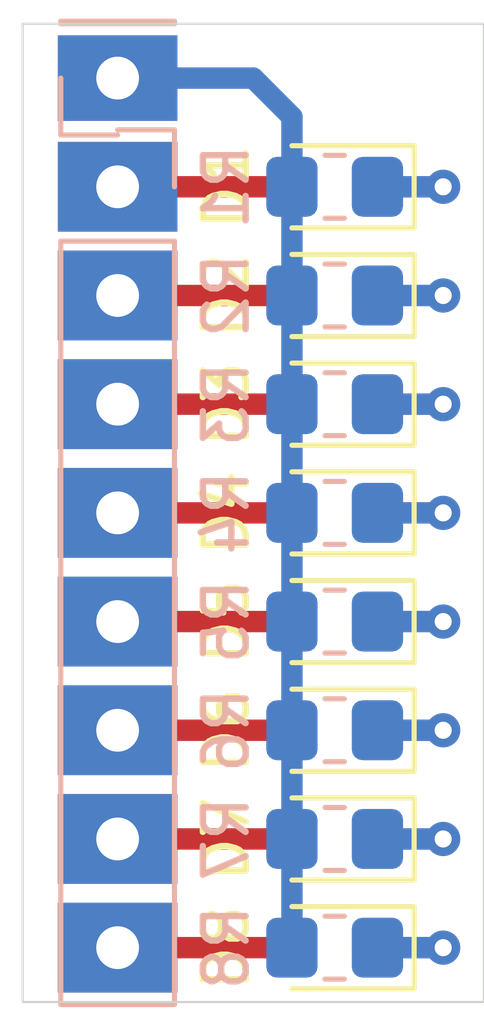
<source format=kicad_pcb>
(kicad_pcb (version 20171130) (host pcbnew "(5.1.8)-1")

  (general
    (thickness 1.6)
    (drawings 4)
    (tracks 44)
    (zones 0)
    (modules 18)
    (nets 18)
  )

  (page A4 portrait)
  (layers
    (0 F.Cu signal)
    (31 B.Cu signal)
    (32 B.Adhes user)
    (33 F.Adhes user)
    (34 B.Paste user)
    (35 F.Paste user)
    (36 B.SilkS user)
    (37 F.SilkS user)
    (38 B.Mask user)
    (39 F.Mask user)
    (40 Dwgs.User user)
    (41 Cmts.User user)
    (42 Eco1.User user)
    (43 Eco2.User user)
    (44 Edge.Cuts user)
    (45 Margin user)
    (46 B.CrtYd user)
    (47 F.CrtYd user)
    (48 B.Fab user)
    (49 F.Fab user)
  )

  (setup
    (last_trace_width 0.5)
    (user_trace_width 0.5)
    (user_trace_width 0.6)
    (trace_clearance 0.2)
    (zone_clearance 0.508)
    (zone_45_only no)
    (trace_min 0.2)
    (via_size 0.8)
    (via_drill 0.4)
    (via_min_size 0.4)
    (via_min_drill 0.3)
    (uvia_size 0.3)
    (uvia_drill 0.1)
    (uvias_allowed no)
    (uvia_min_size 0.2)
    (uvia_min_drill 0.1)
    (edge_width 0.05)
    (segment_width 0.2)
    (pcb_text_width 0.3)
    (pcb_text_size 1.5 1.5)
    (mod_edge_width 0.12)
    (mod_text_size 1 1)
    (mod_text_width 0.15)
    (pad_size 2.8 2)
    (pad_drill 1)
    (pad_to_mask_clearance 0)
    (aux_axis_origin 0 0)
    (visible_elements 7FFFFFFF)
    (pcbplotparams
      (layerselection 0x010fc_ffffffff)
      (usegerberextensions false)
      (usegerberattributes true)
      (usegerberadvancedattributes true)
      (creategerberjobfile false)
      (excludeedgelayer true)
      (linewidth 0.100000)
      (plotframeref false)
      (viasonmask false)
      (mode 1)
      (useauxorigin false)
      (hpglpennumber 1)
      (hpglpenspeed 20)
      (hpglpendiameter 15.000000)
      (psnegative false)
      (psa4output false)
      (plotreference true)
      (plotvalue true)
      (plotinvisibletext false)
      (padsonsilk false)
      (subtractmaskfromsilk false)
      (outputformat 1)
      (mirror false)
      (drillshape 0)
      (scaleselection 1)
      (outputdirectory "gerber/"))
  )

  (net 0 "")
  (net 1 "Net-(D1-Pad2)")
  (net 2 "Net-(D1-Pad1)")
  (net 3 "Net-(D2-Pad2)")
  (net 4 "Net-(D3-Pad2)")
  (net 5 "Net-(D4-Pad2)")
  (net 6 "Net-(D5-Pad2)")
  (net 7 "Net-(D6-Pad2)")
  (net 8 "Net-(D7-Pad2)")
  (net 9 "Net-(D8-Pad2)")
  (net 10 "Net-(D2-Pad1)")
  (net 11 "Net-(D3-Pad1)")
  (net 12 "Net-(D4-Pad1)")
  (net 13 "Net-(D5-Pad1)")
  (net 14 "Net-(D6-Pad1)")
  (net 15 "Net-(D7-Pad1)")
  (net 16 "Net-(D8-Pad1)")
  (net 17 "Net-(J2-Pad1)")

  (net_class Default "This is the default net class."
    (clearance 0.2)
    (trace_width 0.25)
    (via_dia 0.8)
    (via_drill 0.4)
    (uvia_dia 0.3)
    (uvia_drill 0.1)
    (add_net "Net-(D1-Pad1)")
    (add_net "Net-(D1-Pad2)")
    (add_net "Net-(D2-Pad1)")
    (add_net "Net-(D2-Pad2)")
    (add_net "Net-(D3-Pad1)")
    (add_net "Net-(D3-Pad2)")
    (add_net "Net-(D4-Pad1)")
    (add_net "Net-(D4-Pad2)")
    (add_net "Net-(D5-Pad1)")
    (add_net "Net-(D5-Pad2)")
    (add_net "Net-(D6-Pad1)")
    (add_net "Net-(D6-Pad2)")
    (add_net "Net-(D7-Pad1)")
    (add_net "Net-(D7-Pad2)")
    (add_net "Net-(D8-Pad1)")
    (add_net "Net-(D8-Pad2)")
    (add_net "Net-(J2-Pad1)")
  )

  (module LED_SMD:LED_0805_2012Metric_Pad1.15x1.40mm_HandSolder (layer F.Cu) (tedit 5F68FEF1) (tstamp 635217E0)
    (at 71.12 25.4 180)
    (descr "LED SMD 0805 (2012 Metric), square (rectangular) end terminal, IPC_7351 nominal, (Body size source: https://docs.google.com/spreadsheets/d/1BsfQQcO9C6DZCsRaXUlFlo91Tg2WpOkGARC1WS5S8t0/edit?usp=sharing), generated with kicad-footprint-generator")
    (tags "LED handsolder")
    (path /6351B56E)
    (attr smd)
    (fp_text reference D1 (at 2.54 0 90) (layer F.SilkS)
      (effects (font (size 1 1) (thickness 0.15)))
    )
    (fp_text value LED (at 0 1.65) (layer F.Fab)
      (effects (font (size 1 1) (thickness 0.15)))
    )
    (fp_line (start 1 -0.6) (end -0.7 -0.6) (layer F.Fab) (width 0.1))
    (fp_line (start -0.7 -0.6) (end -1 -0.3) (layer F.Fab) (width 0.1))
    (fp_line (start -1 -0.3) (end -1 0.6) (layer F.Fab) (width 0.1))
    (fp_line (start -1 0.6) (end 1 0.6) (layer F.Fab) (width 0.1))
    (fp_line (start 1 0.6) (end 1 -0.6) (layer F.Fab) (width 0.1))
    (fp_line (start 1 -0.96) (end -1.86 -0.96) (layer F.SilkS) (width 0.12))
    (fp_line (start -1.86 -0.96) (end -1.86 0.96) (layer F.SilkS) (width 0.12))
    (fp_line (start -1.86 0.96) (end 1 0.96) (layer F.SilkS) (width 0.12))
    (fp_line (start -1.85 0.95) (end -1.85 -0.95) (layer F.CrtYd) (width 0.05))
    (fp_line (start -1.85 -0.95) (end 1.85 -0.95) (layer F.CrtYd) (width 0.05))
    (fp_line (start 1.85 -0.95) (end 1.85 0.95) (layer F.CrtYd) (width 0.05))
    (fp_line (start 1.85 0.95) (end -1.85 0.95) (layer F.CrtYd) (width 0.05))
    (fp_text user %R (at 0 0) (layer F.Fab)
      (effects (font (size 0.5 0.5) (thickness 0.08)))
    )
    (pad 2 smd roundrect (at 1.025 0 180) (size 1.15 1.4) (layers F.Cu F.Paste F.Mask) (roundrect_rratio 0.2173904347826087)
      (net 1 "Net-(D1-Pad2)"))
    (pad 1 smd roundrect (at -1.025 0 180) (size 1.15 1.4) (layers F.Cu F.Paste F.Mask) (roundrect_rratio 0.2173904347826087)
      (net 2 "Net-(D1-Pad1)"))
    (model ${KISYS3DMOD}/LED_SMD.3dshapes/LED_0805_2012Metric.wrl
      (at (xyz 0 0 0))
      (scale (xyz 1 1 1))
      (rotate (xyz 0 0 0))
    )
  )

  (module LED_SMD:LED_0805_2012Metric_Pad1.15x1.40mm_HandSolder (layer F.Cu) (tedit 5F68FEF1) (tstamp 635217F3)
    (at 71.12 27.94 180)
    (descr "LED SMD 0805 (2012 Metric), square (rectangular) end terminal, IPC_7351 nominal, (Body size source: https://docs.google.com/spreadsheets/d/1BsfQQcO9C6DZCsRaXUlFlo91Tg2WpOkGARC1WS5S8t0/edit?usp=sharing), generated with kicad-footprint-generator")
    (tags "LED handsolder")
    (path /6351EA4D)
    (attr smd)
    (fp_text reference D2 (at 2.54 0 90) (layer F.SilkS)
      (effects (font (size 1 1) (thickness 0.15)))
    )
    (fp_text value LED (at 0 1.65) (layer F.Fab)
      (effects (font (size 1 1) (thickness 0.15)))
    )
    (fp_line (start 1.85 0.95) (end -1.85 0.95) (layer F.CrtYd) (width 0.05))
    (fp_line (start 1.85 -0.95) (end 1.85 0.95) (layer F.CrtYd) (width 0.05))
    (fp_line (start -1.85 -0.95) (end 1.85 -0.95) (layer F.CrtYd) (width 0.05))
    (fp_line (start -1.85 0.95) (end -1.85 -0.95) (layer F.CrtYd) (width 0.05))
    (fp_line (start -1.86 0.96) (end 1 0.96) (layer F.SilkS) (width 0.12))
    (fp_line (start -1.86 -0.96) (end -1.86 0.96) (layer F.SilkS) (width 0.12))
    (fp_line (start 1 -0.96) (end -1.86 -0.96) (layer F.SilkS) (width 0.12))
    (fp_line (start 1 0.6) (end 1 -0.6) (layer F.Fab) (width 0.1))
    (fp_line (start -1 0.6) (end 1 0.6) (layer F.Fab) (width 0.1))
    (fp_line (start -1 -0.3) (end -1 0.6) (layer F.Fab) (width 0.1))
    (fp_line (start -0.7 -0.6) (end -1 -0.3) (layer F.Fab) (width 0.1))
    (fp_line (start 1 -0.6) (end -0.7 -0.6) (layer F.Fab) (width 0.1))
    (fp_text user %R (at 0 0) (layer F.Fab)
      (effects (font (size 0.5 0.5) (thickness 0.08)))
    )
    (pad 1 smd roundrect (at -1.025 0 180) (size 1.15 1.4) (layers F.Cu F.Paste F.Mask) (roundrect_rratio 0.2173904347826087)
      (net 10 "Net-(D2-Pad1)"))
    (pad 2 smd roundrect (at 1.025 0 180) (size 1.15 1.4) (layers F.Cu F.Paste F.Mask) (roundrect_rratio 0.2173904347826087)
      (net 3 "Net-(D2-Pad2)"))
    (model ${KISYS3DMOD}/LED_SMD.3dshapes/LED_0805_2012Metric.wrl
      (at (xyz 0 0 0))
      (scale (xyz 1 1 1))
      (rotate (xyz 0 0 0))
    )
  )

  (module LED_SMD:LED_0805_2012Metric_Pad1.15x1.40mm_HandSolder (layer F.Cu) (tedit 5F68FEF1) (tstamp 63521806)
    (at 71.12 30.48 180)
    (descr "LED SMD 0805 (2012 Metric), square (rectangular) end terminal, IPC_7351 nominal, (Body size source: https://docs.google.com/spreadsheets/d/1BsfQQcO9C6DZCsRaXUlFlo91Tg2WpOkGARC1WS5S8t0/edit?usp=sharing), generated with kicad-footprint-generator")
    (tags "LED handsolder")
    (path /6351F125)
    (attr smd)
    (fp_text reference D3 (at 2.54 0 90) (layer F.SilkS)
      (effects (font (size 1 1) (thickness 0.15)))
    )
    (fp_text value LED (at 0 1.65) (layer F.Fab)
      (effects (font (size 1 1) (thickness 0.15)))
    )
    (fp_line (start 1 -0.6) (end -0.7 -0.6) (layer F.Fab) (width 0.1))
    (fp_line (start -0.7 -0.6) (end -1 -0.3) (layer F.Fab) (width 0.1))
    (fp_line (start -1 -0.3) (end -1 0.6) (layer F.Fab) (width 0.1))
    (fp_line (start -1 0.6) (end 1 0.6) (layer F.Fab) (width 0.1))
    (fp_line (start 1 0.6) (end 1 -0.6) (layer F.Fab) (width 0.1))
    (fp_line (start 1 -0.96) (end -1.86 -0.96) (layer F.SilkS) (width 0.12))
    (fp_line (start -1.86 -0.96) (end -1.86 0.96) (layer F.SilkS) (width 0.12))
    (fp_line (start -1.86 0.96) (end 1 0.96) (layer F.SilkS) (width 0.12))
    (fp_line (start -1.85 0.95) (end -1.85 -0.95) (layer F.CrtYd) (width 0.05))
    (fp_line (start -1.85 -0.95) (end 1.85 -0.95) (layer F.CrtYd) (width 0.05))
    (fp_line (start 1.85 -0.95) (end 1.85 0.95) (layer F.CrtYd) (width 0.05))
    (fp_line (start 1.85 0.95) (end -1.85 0.95) (layer F.CrtYd) (width 0.05))
    (fp_text user %R (at 0 0) (layer F.Fab)
      (effects (font (size 0.5 0.5) (thickness 0.08)))
    )
    (pad 2 smd roundrect (at 1.025 0 180) (size 1.15 1.4) (layers F.Cu F.Paste F.Mask) (roundrect_rratio 0.2173904347826087)
      (net 4 "Net-(D3-Pad2)"))
    (pad 1 smd roundrect (at -1.025 0 180) (size 1.15 1.4) (layers F.Cu F.Paste F.Mask) (roundrect_rratio 0.2173904347826087)
      (net 11 "Net-(D3-Pad1)"))
    (model ${KISYS3DMOD}/LED_SMD.3dshapes/LED_0805_2012Metric.wrl
      (at (xyz 0 0 0))
      (scale (xyz 1 1 1))
      (rotate (xyz 0 0 0))
    )
  )

  (module LED_SMD:LED_0805_2012Metric_Pad1.15x1.40mm_HandSolder (layer F.Cu) (tedit 5F68FEF1) (tstamp 63521819)
    (at 71.12 33.02 180)
    (descr "LED SMD 0805 (2012 Metric), square (rectangular) end terminal, IPC_7351 nominal, (Body size source: https://docs.google.com/spreadsheets/d/1BsfQQcO9C6DZCsRaXUlFlo91Tg2WpOkGARC1WS5S8t0/edit?usp=sharing), generated with kicad-footprint-generator")
    (tags "LED handsolder")
    (path /6351F75D)
    (attr smd)
    (fp_text reference D4 (at 2.54 0 90) (layer F.SilkS)
      (effects (font (size 1 1) (thickness 0.15)))
    )
    (fp_text value LED (at 0 1.65) (layer F.Fab)
      (effects (font (size 1 1) (thickness 0.15)))
    )
    (fp_line (start 1.85 0.95) (end -1.85 0.95) (layer F.CrtYd) (width 0.05))
    (fp_line (start 1.85 -0.95) (end 1.85 0.95) (layer F.CrtYd) (width 0.05))
    (fp_line (start -1.85 -0.95) (end 1.85 -0.95) (layer F.CrtYd) (width 0.05))
    (fp_line (start -1.85 0.95) (end -1.85 -0.95) (layer F.CrtYd) (width 0.05))
    (fp_line (start -1.86 0.96) (end 1 0.96) (layer F.SilkS) (width 0.12))
    (fp_line (start -1.86 -0.96) (end -1.86 0.96) (layer F.SilkS) (width 0.12))
    (fp_line (start 1 -0.96) (end -1.86 -0.96) (layer F.SilkS) (width 0.12))
    (fp_line (start 1 0.6) (end 1 -0.6) (layer F.Fab) (width 0.1))
    (fp_line (start -1 0.6) (end 1 0.6) (layer F.Fab) (width 0.1))
    (fp_line (start -1 -0.3) (end -1 0.6) (layer F.Fab) (width 0.1))
    (fp_line (start -0.7 -0.6) (end -1 -0.3) (layer F.Fab) (width 0.1))
    (fp_line (start 1 -0.6) (end -0.7 -0.6) (layer F.Fab) (width 0.1))
    (fp_text user %R (at 0 0) (layer F.Fab)
      (effects (font (size 0.5 0.5) (thickness 0.08)))
    )
    (pad 1 smd roundrect (at -1.025 0 180) (size 1.15 1.4) (layers F.Cu F.Paste F.Mask) (roundrect_rratio 0.2173904347826087)
      (net 12 "Net-(D4-Pad1)"))
    (pad 2 smd roundrect (at 1.025 0 180) (size 1.15 1.4) (layers F.Cu F.Paste F.Mask) (roundrect_rratio 0.2173904347826087)
      (net 5 "Net-(D4-Pad2)"))
    (model ${KISYS3DMOD}/LED_SMD.3dshapes/LED_0805_2012Metric.wrl
      (at (xyz 0 0 0))
      (scale (xyz 1 1 1))
      (rotate (xyz 0 0 0))
    )
  )

  (module LED_SMD:LED_0805_2012Metric_Pad1.15x1.40mm_HandSolder (layer F.Cu) (tedit 5F68FEF1) (tstamp 6352182C)
    (at 71.12 35.56 180)
    (descr "LED SMD 0805 (2012 Metric), square (rectangular) end terminal, IPC_7351 nominal, (Body size source: https://docs.google.com/spreadsheets/d/1BsfQQcO9C6DZCsRaXUlFlo91Tg2WpOkGARC1WS5S8t0/edit?usp=sharing), generated with kicad-footprint-generator")
    (tags "LED handsolder")
    (path /6351FD61)
    (attr smd)
    (fp_text reference D5 (at 2.54 0 90) (layer F.SilkS)
      (effects (font (size 1 1) (thickness 0.15)))
    )
    (fp_text value LED (at 0 1.65) (layer F.Fab)
      (effects (font (size 1 1) (thickness 0.15)))
    )
    (fp_line (start 1.85 0.95) (end -1.85 0.95) (layer F.CrtYd) (width 0.05))
    (fp_line (start 1.85 -0.95) (end 1.85 0.95) (layer F.CrtYd) (width 0.05))
    (fp_line (start -1.85 -0.95) (end 1.85 -0.95) (layer F.CrtYd) (width 0.05))
    (fp_line (start -1.85 0.95) (end -1.85 -0.95) (layer F.CrtYd) (width 0.05))
    (fp_line (start -1.86 0.96) (end 1 0.96) (layer F.SilkS) (width 0.12))
    (fp_line (start -1.86 -0.96) (end -1.86 0.96) (layer F.SilkS) (width 0.12))
    (fp_line (start 1 -0.96) (end -1.86 -0.96) (layer F.SilkS) (width 0.12))
    (fp_line (start 1 0.6) (end 1 -0.6) (layer F.Fab) (width 0.1))
    (fp_line (start -1 0.6) (end 1 0.6) (layer F.Fab) (width 0.1))
    (fp_line (start -1 -0.3) (end -1 0.6) (layer F.Fab) (width 0.1))
    (fp_line (start -0.7 -0.6) (end -1 -0.3) (layer F.Fab) (width 0.1))
    (fp_line (start 1 -0.6) (end -0.7 -0.6) (layer F.Fab) (width 0.1))
    (fp_text user %R (at 0 0) (layer F.Fab)
      (effects (font (size 0.5 0.5) (thickness 0.08)))
    )
    (pad 1 smd roundrect (at -1.025 0 180) (size 1.15 1.4) (layers F.Cu F.Paste F.Mask) (roundrect_rratio 0.2173904347826087)
      (net 13 "Net-(D5-Pad1)"))
    (pad 2 smd roundrect (at 1.025 0 180) (size 1.15 1.4) (layers F.Cu F.Paste F.Mask) (roundrect_rratio 0.2173904347826087)
      (net 6 "Net-(D5-Pad2)"))
    (model ${KISYS3DMOD}/LED_SMD.3dshapes/LED_0805_2012Metric.wrl
      (at (xyz 0 0 0))
      (scale (xyz 1 1 1))
      (rotate (xyz 0 0 0))
    )
  )

  (module LED_SMD:LED_0805_2012Metric_Pad1.15x1.40mm_HandSolder (layer F.Cu) (tedit 5F68FEF1) (tstamp 6352183F)
    (at 71.12 38.1 180)
    (descr "LED SMD 0805 (2012 Metric), square (rectangular) end terminal, IPC_7351 nominal, (Body size source: https://docs.google.com/spreadsheets/d/1BsfQQcO9C6DZCsRaXUlFlo91Tg2WpOkGARC1WS5S8t0/edit?usp=sharing), generated with kicad-footprint-generator")
    (tags "LED handsolder")
    (path /63520381)
    (attr smd)
    (fp_text reference D6 (at 2.54 0 90) (layer F.SilkS)
      (effects (font (size 1 1) (thickness 0.15)))
    )
    (fp_text value LED (at 0 1.65) (layer F.Fab)
      (effects (font (size 1 1) (thickness 0.15)))
    )
    (fp_line (start 1 -0.6) (end -0.7 -0.6) (layer F.Fab) (width 0.1))
    (fp_line (start -0.7 -0.6) (end -1 -0.3) (layer F.Fab) (width 0.1))
    (fp_line (start -1 -0.3) (end -1 0.6) (layer F.Fab) (width 0.1))
    (fp_line (start -1 0.6) (end 1 0.6) (layer F.Fab) (width 0.1))
    (fp_line (start 1 0.6) (end 1 -0.6) (layer F.Fab) (width 0.1))
    (fp_line (start 1 -0.96) (end -1.86 -0.96) (layer F.SilkS) (width 0.12))
    (fp_line (start -1.86 -0.96) (end -1.86 0.96) (layer F.SilkS) (width 0.12))
    (fp_line (start -1.86 0.96) (end 1 0.96) (layer F.SilkS) (width 0.12))
    (fp_line (start -1.85 0.95) (end -1.85 -0.95) (layer F.CrtYd) (width 0.05))
    (fp_line (start -1.85 -0.95) (end 1.85 -0.95) (layer F.CrtYd) (width 0.05))
    (fp_line (start 1.85 -0.95) (end 1.85 0.95) (layer F.CrtYd) (width 0.05))
    (fp_line (start 1.85 0.95) (end -1.85 0.95) (layer F.CrtYd) (width 0.05))
    (fp_text user %R (at 0 0) (layer F.Fab)
      (effects (font (size 0.5 0.5) (thickness 0.08)))
    )
    (pad 2 smd roundrect (at 1.025 0 180) (size 1.15 1.4) (layers F.Cu F.Paste F.Mask) (roundrect_rratio 0.2173904347826087)
      (net 7 "Net-(D6-Pad2)"))
    (pad 1 smd roundrect (at -1.025 0 180) (size 1.15 1.4) (layers F.Cu F.Paste F.Mask) (roundrect_rratio 0.2173904347826087)
      (net 14 "Net-(D6-Pad1)"))
    (model ${KISYS3DMOD}/LED_SMD.3dshapes/LED_0805_2012Metric.wrl
      (at (xyz 0 0 0))
      (scale (xyz 1 1 1))
      (rotate (xyz 0 0 0))
    )
  )

  (module LED_SMD:LED_0805_2012Metric_Pad1.15x1.40mm_HandSolder (layer F.Cu) (tedit 5F68FEF1) (tstamp 63521852)
    (at 71.12 40.64 180)
    (descr "LED SMD 0805 (2012 Metric), square (rectangular) end terminal, IPC_7351 nominal, (Body size source: https://docs.google.com/spreadsheets/d/1BsfQQcO9C6DZCsRaXUlFlo91Tg2WpOkGARC1WS5S8t0/edit?usp=sharing), generated with kicad-footprint-generator")
    (tags "LED handsolder")
    (path /635207FB)
    (attr smd)
    (fp_text reference D7 (at 2.54 0 90) (layer F.SilkS)
      (effects (font (size 1 1) (thickness 0.15)))
    )
    (fp_text value LED (at 0 1.65) (layer F.Fab)
      (effects (font (size 1 1) (thickness 0.15)))
    )
    (fp_line (start 1.85 0.95) (end -1.85 0.95) (layer F.CrtYd) (width 0.05))
    (fp_line (start 1.85 -0.95) (end 1.85 0.95) (layer F.CrtYd) (width 0.05))
    (fp_line (start -1.85 -0.95) (end 1.85 -0.95) (layer F.CrtYd) (width 0.05))
    (fp_line (start -1.85 0.95) (end -1.85 -0.95) (layer F.CrtYd) (width 0.05))
    (fp_line (start -1.86 0.96) (end 1 0.96) (layer F.SilkS) (width 0.12))
    (fp_line (start -1.86 -0.96) (end -1.86 0.96) (layer F.SilkS) (width 0.12))
    (fp_line (start 1 -0.96) (end -1.86 -0.96) (layer F.SilkS) (width 0.12))
    (fp_line (start 1 0.6) (end 1 -0.6) (layer F.Fab) (width 0.1))
    (fp_line (start -1 0.6) (end 1 0.6) (layer F.Fab) (width 0.1))
    (fp_line (start -1 -0.3) (end -1 0.6) (layer F.Fab) (width 0.1))
    (fp_line (start -0.7 -0.6) (end -1 -0.3) (layer F.Fab) (width 0.1))
    (fp_line (start 1 -0.6) (end -0.7 -0.6) (layer F.Fab) (width 0.1))
    (fp_text user %R (at 0 0) (layer F.Fab)
      (effects (font (size 0.5 0.5) (thickness 0.08)))
    )
    (pad 1 smd roundrect (at -1.025 0 180) (size 1.15 1.4) (layers F.Cu F.Paste F.Mask) (roundrect_rratio 0.2173904347826087)
      (net 15 "Net-(D7-Pad1)"))
    (pad 2 smd roundrect (at 1.025 0 180) (size 1.15 1.4) (layers F.Cu F.Paste F.Mask) (roundrect_rratio 0.2173904347826087)
      (net 8 "Net-(D7-Pad2)"))
    (model ${KISYS3DMOD}/LED_SMD.3dshapes/LED_0805_2012Metric.wrl
      (at (xyz 0 0 0))
      (scale (xyz 1 1 1))
      (rotate (xyz 0 0 0))
    )
  )

  (module LED_SMD:LED_0805_2012Metric_Pad1.15x1.40mm_HandSolder (layer F.Cu) (tedit 5F68FEF1) (tstamp 63521865)
    (at 71.12 43.18 180)
    (descr "LED SMD 0805 (2012 Metric), square (rectangular) end terminal, IPC_7351 nominal, (Body size source: https://docs.google.com/spreadsheets/d/1BsfQQcO9C6DZCsRaXUlFlo91Tg2WpOkGARC1WS5S8t0/edit?usp=sharing), generated with kicad-footprint-generator")
    (tags "LED handsolder")
    (path /63520E5F)
    (attr smd)
    (fp_text reference D8 (at 2.54 0 90) (layer F.SilkS)
      (effects (font (size 1 1) (thickness 0.15)))
    )
    (fp_text value LED (at 0 1.65) (layer F.Fab)
      (effects (font (size 1 1) (thickness 0.15)))
    )
    (fp_line (start 1 -0.6) (end -0.7 -0.6) (layer F.Fab) (width 0.1))
    (fp_line (start -0.7 -0.6) (end -1 -0.3) (layer F.Fab) (width 0.1))
    (fp_line (start -1 -0.3) (end -1 0.6) (layer F.Fab) (width 0.1))
    (fp_line (start -1 0.6) (end 1 0.6) (layer F.Fab) (width 0.1))
    (fp_line (start 1 0.6) (end 1 -0.6) (layer F.Fab) (width 0.1))
    (fp_line (start 1 -0.96) (end -1.86 -0.96) (layer F.SilkS) (width 0.12))
    (fp_line (start -1.86 -0.96) (end -1.86 0.96) (layer F.SilkS) (width 0.12))
    (fp_line (start -1.86 0.96) (end 1 0.96) (layer F.SilkS) (width 0.12))
    (fp_line (start -1.85 0.95) (end -1.85 -0.95) (layer F.CrtYd) (width 0.05))
    (fp_line (start -1.85 -0.95) (end 1.85 -0.95) (layer F.CrtYd) (width 0.05))
    (fp_line (start 1.85 -0.95) (end 1.85 0.95) (layer F.CrtYd) (width 0.05))
    (fp_line (start 1.85 0.95) (end -1.85 0.95) (layer F.CrtYd) (width 0.05))
    (fp_text user %R (at 0 0) (layer F.Fab)
      (effects (font (size 0.5 0.5) (thickness 0.08)))
    )
    (pad 2 smd roundrect (at 1.025 0 180) (size 1.15 1.4) (layers F.Cu F.Paste F.Mask) (roundrect_rratio 0.2173904347826087)
      (net 9 "Net-(D8-Pad2)"))
    (pad 1 smd roundrect (at -1.025 0 180) (size 1.15 1.4) (layers F.Cu F.Paste F.Mask) (roundrect_rratio 0.2173904347826087)
      (net 16 "Net-(D8-Pad1)"))
    (model ${KISYS3DMOD}/LED_SMD.3dshapes/LED_0805_2012Metric.wrl
      (at (xyz 0 0 0))
      (scale (xyz 1 1 1))
      (rotate (xyz 0 0 0))
    )
  )

  (module Connector_PinHeader_2.54mm:PinHeader_1x08_P2.54mm_Vertical (layer B.Cu) (tedit 6351B809) (tstamp 63521881)
    (at 66.04 25.4 180)
    (descr "Through hole straight pin header, 1x08, 2.54mm pitch, single row")
    (tags "Through hole pin header THT 1x08 2.54mm single row")
    (path /6351BB09)
    (fp_text reference J1 (at -3.175 1.905) (layer B.SilkS) hide
      (effects (font (size 1 1) (thickness 0.15)) (justify mirror))
    )
    (fp_text value Conn_01x08_Male (at 1.905 -12.065 90) (layer B.Fab)
      (effects (font (size 1 1) (thickness 0.15)) (justify mirror))
    )
    (fp_line (start 1.8 1.8) (end -1.8 1.8) (layer B.CrtYd) (width 0.05))
    (fp_line (start 1.8 -19.55) (end 1.8 1.8) (layer B.CrtYd) (width 0.05))
    (fp_line (start -1.8 -19.55) (end 1.8 -19.55) (layer B.CrtYd) (width 0.05))
    (fp_line (start -1.8 1.8) (end -1.8 -19.55) (layer B.CrtYd) (width 0.05))
    (fp_line (start -1.33 1.33) (end 0 1.33) (layer B.SilkS) (width 0.12))
    (fp_line (start -1.33 0) (end -1.33 1.33) (layer B.SilkS) (width 0.12))
    (fp_line (start -1.33 -1.27) (end 1.33 -1.27) (layer B.SilkS) (width 0.12))
    (fp_line (start 1.33 -1.27) (end 1.33 -19.11) (layer B.SilkS) (width 0.12))
    (fp_line (start -1.33 -1.27) (end -1.33 -19.11) (layer B.SilkS) (width 0.12))
    (fp_line (start -1.33 -19.11) (end 1.33 -19.11) (layer B.SilkS) (width 0.12))
    (fp_line (start -1.27 0.635) (end -0.635 1.27) (layer B.Fab) (width 0.1))
    (fp_line (start -1.27 -19.05) (end -1.27 0.635) (layer B.Fab) (width 0.1))
    (fp_line (start 1.27 -19.05) (end -1.27 -19.05) (layer B.Fab) (width 0.1))
    (fp_line (start 1.27 1.27) (end 1.27 -19.05) (layer B.Fab) (width 0.1))
    (fp_line (start -0.635 1.27) (end 1.27 1.27) (layer B.Fab) (width 0.1))
    (fp_text user %R (at 0 -8.89 270) (layer B.Fab)
      (effects (font (size 1 1) (thickness 0.15)) (justify mirror))
    )
    (pad 1 thru_hole rect (at 0 0 180) (size 2.8 2.1) (drill 1) (layers *.Cu *.Mask)
      (net 1 "Net-(D1-Pad2)"))
    (pad 2 thru_hole rect (at 0 -2.54 180) (size 2.8 2.1) (drill 1) (layers *.Cu *.Mask)
      (net 3 "Net-(D2-Pad2)"))
    (pad 3 thru_hole rect (at 0 -5.08 180) (size 2.8 2.1) (drill 1) (layers *.Cu *.Mask)
      (net 4 "Net-(D3-Pad2)"))
    (pad 4 thru_hole rect (at 0 -7.62 180) (size 2.8 2.1) (drill 1) (layers *.Cu *.Mask)
      (net 5 "Net-(D4-Pad2)"))
    (pad 5 thru_hole rect (at 0 -10.16 180) (size 2.8 2.1) (drill 1) (layers *.Cu *.Mask)
      (net 6 "Net-(D5-Pad2)"))
    (pad 6 thru_hole rect (at 0 -12.7 180) (size 2.8 2.1) (drill 1) (layers *.Cu *.Mask)
      (net 7 "Net-(D6-Pad2)"))
    (pad 7 thru_hole rect (at 0 -15.24 180) (size 2.8 2.1) (drill 1) (layers *.Cu *.Mask)
      (net 8 "Net-(D7-Pad2)"))
    (pad 8 thru_hole rect (at 0 -17.78 180) (size 2.8 2.1) (drill 1) (layers *.Cu *.Mask)
      (net 9 "Net-(D8-Pad2)"))
    (model ${KISYS3DMOD}/Connector_PinHeader_2.54mm.3dshapes/PinHeader_1x08_P2.54mm_Vertical.wrl
      (at (xyz 0 0 0))
      (scale (xyz 1 1 1))
      (rotate (xyz 0 0 0))
    )
  )

  (module Connector_PinHeader_2.54mm:PinHeader_1x01_P2.54mm_Vertical (layer B.Cu) (tedit 63BF19CE) (tstamp 63521896)
    (at 66.04 22.86)
    (descr "Through hole straight pin header, 1x01, 2.54mm pitch, single row")
    (tags "Through hole pin header THT 1x01 2.54mm single row")
    (path /6351C5C5)
    (fp_text reference J2 (at 3.175 0) (layer B.SilkS) hide
      (effects (font (size 1 1) (thickness 0.15)) (justify mirror))
    )
    (fp_text value Conn_01x01_Male (at -1.905 5.715 90) (layer B.Fab)
      (effects (font (size 1 1) (thickness 0.15)) (justify mirror))
    )
    (fp_line (start 1.8 1.8) (end -1.8 1.8) (layer B.CrtYd) (width 0.05))
    (fp_line (start 1.8 -1.8) (end 1.8 1.8) (layer B.CrtYd) (width 0.05))
    (fp_line (start -1.8 -1.8) (end 1.8 -1.8) (layer B.CrtYd) (width 0.05))
    (fp_line (start -1.8 1.8) (end -1.8 -1.8) (layer B.CrtYd) (width 0.05))
    (fp_line (start -1.33 1.33) (end 0 1.33) (layer B.SilkS) (width 0.12))
    (fp_line (start -1.33 0) (end -1.33 1.33) (layer B.SilkS) (width 0.12))
    (fp_line (start -1.33 -1.27) (end 1.33 -1.27) (layer B.SilkS) (width 0.12))
    (fp_line (start 1.33 -1.27) (end 1.33 -1.33) (layer B.SilkS) (width 0.12))
    (fp_line (start -1.33 -1.27) (end -1.33 -1.33) (layer B.SilkS) (width 0.12))
    (fp_line (start -1.33 -1.33) (end 1.33 -1.33) (layer B.SilkS) (width 0.12))
    (fp_line (start -1.27 0.635) (end -0.635 1.27) (layer B.Fab) (width 0.1))
    (fp_line (start -1.27 -1.27) (end -1.27 0.635) (layer B.Fab) (width 0.1))
    (fp_line (start 1.27 -1.27) (end -1.27 -1.27) (layer B.Fab) (width 0.1))
    (fp_line (start 1.27 1.27) (end 1.27 -1.27) (layer B.Fab) (width 0.1))
    (fp_line (start -0.635 1.27) (end 1.27 1.27) (layer B.Fab) (width 0.1))
    (fp_text user %R (at 0 0 -90) (layer B.Fab)
      (effects (font (size 1 1) (thickness 0.15)) (justify mirror))
    )
    (pad 1 thru_hole rect (at 0 0) (size 2.8 2) (drill 1) (layers *.Cu *.Mask)
      (net 17 "Net-(J2-Pad1)"))
    (model ${KISYS3DMOD}/Connector_PinHeader_2.54mm.3dshapes/PinHeader_1x01_P2.54mm_Vertical.wrl
      (at (xyz 0 0 0))
      (scale (xyz 1 1 1))
      (rotate (xyz 0 0 0))
    )
  )

  (module Resistor_SMD:R_0805_2012Metric_Pad1.20x1.40mm_HandSolder (layer B.Cu) (tedit 5F68FEEE) (tstamp 635218A7)
    (at 71.12 25.4)
    (descr "Resistor SMD 0805 (2012 Metric), square (rectangular) end terminal, IPC_7351 nominal with elongated pad for handsoldering. (Body size source: IPC-SM-782 page 72, https://www.pcb-3d.com/wordpress/wp-content/uploads/ipc-sm-782a_amendment_1_and_2.pdf), generated with kicad-footprint-generator")
    (tags "resistor handsolder")
    (path /6351B291)
    (attr smd)
    (fp_text reference R1 (at -2.54 0 90) (layer B.SilkS)
      (effects (font (size 1 1) (thickness 0.15)) (justify mirror))
    )
    (fp_text value 1k (at 0 -1.65) (layer B.Fab)
      (effects (font (size 1 1) (thickness 0.15)) (justify mirror))
    )
    (fp_line (start -1 -0.625) (end -1 0.625) (layer B.Fab) (width 0.1))
    (fp_line (start -1 0.625) (end 1 0.625) (layer B.Fab) (width 0.1))
    (fp_line (start 1 0.625) (end 1 -0.625) (layer B.Fab) (width 0.1))
    (fp_line (start 1 -0.625) (end -1 -0.625) (layer B.Fab) (width 0.1))
    (fp_line (start -0.227064 0.735) (end 0.227064 0.735) (layer B.SilkS) (width 0.12))
    (fp_line (start -0.227064 -0.735) (end 0.227064 -0.735) (layer B.SilkS) (width 0.12))
    (fp_line (start -1.85 -0.95) (end -1.85 0.95) (layer B.CrtYd) (width 0.05))
    (fp_line (start -1.85 0.95) (end 1.85 0.95) (layer B.CrtYd) (width 0.05))
    (fp_line (start 1.85 0.95) (end 1.85 -0.95) (layer B.CrtYd) (width 0.05))
    (fp_line (start 1.85 -0.95) (end -1.85 -0.95) (layer B.CrtYd) (width 0.05))
    (fp_text user %R (at 0 0) (layer B.Fab)
      (effects (font (size 0.5 0.5) (thickness 0.08)) (justify mirror))
    )
    (pad 2 smd roundrect (at 1 0) (size 1.2 1.4) (layers B.Cu B.Paste B.Mask) (roundrect_rratio 0.2083325)
      (net 2 "Net-(D1-Pad1)"))
    (pad 1 smd roundrect (at -1 0) (size 1.2 1.4) (layers B.Cu B.Paste B.Mask) (roundrect_rratio 0.2083325)
      (net 17 "Net-(J2-Pad1)"))
    (model ${KISYS3DMOD}/Resistor_SMD.3dshapes/R_0805_2012Metric.wrl
      (at (xyz 0 0 0))
      (scale (xyz 1 1 1))
      (rotate (xyz 0 0 0))
    )
  )

  (module Resistor_SMD:R_0805_2012Metric_Pad1.20x1.40mm_HandSolder (layer B.Cu) (tedit 5F68FEEE) (tstamp 635218B8)
    (at 71.12 27.94)
    (descr "Resistor SMD 0805 (2012 Metric), square (rectangular) end terminal, IPC_7351 nominal with elongated pad for handsoldering. (Body size source: IPC-SM-782 page 72, https://www.pcb-3d.com/wordpress/wp-content/uploads/ipc-sm-782a_amendment_1_and_2.pdf), generated with kicad-footprint-generator")
    (tags "resistor handsolder")
    (path /6351EA47)
    (attr smd)
    (fp_text reference R2 (at -2.54 0 90) (layer B.SilkS)
      (effects (font (size 1 1) (thickness 0.15)) (justify mirror))
    )
    (fp_text value 1k (at 0 -1.65) (layer B.Fab)
      (effects (font (size 1 1) (thickness 0.15)) (justify mirror))
    )
    (fp_line (start -1 -0.625) (end -1 0.625) (layer B.Fab) (width 0.1))
    (fp_line (start -1 0.625) (end 1 0.625) (layer B.Fab) (width 0.1))
    (fp_line (start 1 0.625) (end 1 -0.625) (layer B.Fab) (width 0.1))
    (fp_line (start 1 -0.625) (end -1 -0.625) (layer B.Fab) (width 0.1))
    (fp_line (start -0.227064 0.735) (end 0.227064 0.735) (layer B.SilkS) (width 0.12))
    (fp_line (start -0.227064 -0.735) (end 0.227064 -0.735) (layer B.SilkS) (width 0.12))
    (fp_line (start -1.85 -0.95) (end -1.85 0.95) (layer B.CrtYd) (width 0.05))
    (fp_line (start -1.85 0.95) (end 1.85 0.95) (layer B.CrtYd) (width 0.05))
    (fp_line (start 1.85 0.95) (end 1.85 -0.95) (layer B.CrtYd) (width 0.05))
    (fp_line (start 1.85 -0.95) (end -1.85 -0.95) (layer B.CrtYd) (width 0.05))
    (fp_text user %R (at 0 0) (layer B.Fab)
      (effects (font (size 0.5 0.5) (thickness 0.08)) (justify mirror))
    )
    (pad 2 smd roundrect (at 1 0) (size 1.2 1.4) (layers B.Cu B.Paste B.Mask) (roundrect_rratio 0.2083325)
      (net 10 "Net-(D2-Pad1)"))
    (pad 1 smd roundrect (at -1 0) (size 1.2 1.4) (layers B.Cu B.Paste B.Mask) (roundrect_rratio 0.2083325)
      (net 17 "Net-(J2-Pad1)"))
    (model ${KISYS3DMOD}/Resistor_SMD.3dshapes/R_0805_2012Metric.wrl
      (at (xyz 0 0 0))
      (scale (xyz 1 1 1))
      (rotate (xyz 0 0 0))
    )
  )

  (module Resistor_SMD:R_0805_2012Metric_Pad1.20x1.40mm_HandSolder (layer B.Cu) (tedit 5F68FEEE) (tstamp 635218C9)
    (at 71.12 30.48)
    (descr "Resistor SMD 0805 (2012 Metric), square (rectangular) end terminal, IPC_7351 nominal with elongated pad for handsoldering. (Body size source: IPC-SM-782 page 72, https://www.pcb-3d.com/wordpress/wp-content/uploads/ipc-sm-782a_amendment_1_and_2.pdf), generated with kicad-footprint-generator")
    (tags "resistor handsolder")
    (path /6351F11F)
    (attr smd)
    (fp_text reference R3 (at -2.54 0 90) (layer B.SilkS)
      (effects (font (size 1 1) (thickness 0.15)) (justify mirror))
    )
    (fp_text value 1k (at 0 -1.65) (layer B.Fab)
      (effects (font (size 1 1) (thickness 0.15)) (justify mirror))
    )
    (fp_line (start -1 -0.625) (end -1 0.625) (layer B.Fab) (width 0.1))
    (fp_line (start -1 0.625) (end 1 0.625) (layer B.Fab) (width 0.1))
    (fp_line (start 1 0.625) (end 1 -0.625) (layer B.Fab) (width 0.1))
    (fp_line (start 1 -0.625) (end -1 -0.625) (layer B.Fab) (width 0.1))
    (fp_line (start -0.227064 0.735) (end 0.227064 0.735) (layer B.SilkS) (width 0.12))
    (fp_line (start -0.227064 -0.735) (end 0.227064 -0.735) (layer B.SilkS) (width 0.12))
    (fp_line (start -1.85 -0.95) (end -1.85 0.95) (layer B.CrtYd) (width 0.05))
    (fp_line (start -1.85 0.95) (end 1.85 0.95) (layer B.CrtYd) (width 0.05))
    (fp_line (start 1.85 0.95) (end 1.85 -0.95) (layer B.CrtYd) (width 0.05))
    (fp_line (start 1.85 -0.95) (end -1.85 -0.95) (layer B.CrtYd) (width 0.05))
    (fp_text user %R (at 0 0) (layer B.Fab)
      (effects (font (size 0.5 0.5) (thickness 0.08)) (justify mirror))
    )
    (pad 2 smd roundrect (at 1 0) (size 1.2 1.4) (layers B.Cu B.Paste B.Mask) (roundrect_rratio 0.2083325)
      (net 11 "Net-(D3-Pad1)"))
    (pad 1 smd roundrect (at -1 0) (size 1.2 1.4) (layers B.Cu B.Paste B.Mask) (roundrect_rratio 0.2083325)
      (net 17 "Net-(J2-Pad1)"))
    (model ${KISYS3DMOD}/Resistor_SMD.3dshapes/R_0805_2012Metric.wrl
      (at (xyz 0 0 0))
      (scale (xyz 1 1 1))
      (rotate (xyz 0 0 0))
    )
  )

  (module Resistor_SMD:R_0805_2012Metric_Pad1.20x1.40mm_HandSolder (layer B.Cu) (tedit 5F68FEEE) (tstamp 635218DA)
    (at 71.12 33.02)
    (descr "Resistor SMD 0805 (2012 Metric), square (rectangular) end terminal, IPC_7351 nominal with elongated pad for handsoldering. (Body size source: IPC-SM-782 page 72, https://www.pcb-3d.com/wordpress/wp-content/uploads/ipc-sm-782a_amendment_1_and_2.pdf), generated with kicad-footprint-generator")
    (tags "resistor handsolder")
    (path /6351F757)
    (attr smd)
    (fp_text reference R4 (at -2.54 0 90) (layer B.SilkS)
      (effects (font (size 1 1) (thickness 0.15)) (justify mirror))
    )
    (fp_text value 1k (at 0 -1.65) (layer B.Fab)
      (effects (font (size 1 1) (thickness 0.15)) (justify mirror))
    )
    (fp_line (start 1.85 -0.95) (end -1.85 -0.95) (layer B.CrtYd) (width 0.05))
    (fp_line (start 1.85 0.95) (end 1.85 -0.95) (layer B.CrtYd) (width 0.05))
    (fp_line (start -1.85 0.95) (end 1.85 0.95) (layer B.CrtYd) (width 0.05))
    (fp_line (start -1.85 -0.95) (end -1.85 0.95) (layer B.CrtYd) (width 0.05))
    (fp_line (start -0.227064 -0.735) (end 0.227064 -0.735) (layer B.SilkS) (width 0.12))
    (fp_line (start -0.227064 0.735) (end 0.227064 0.735) (layer B.SilkS) (width 0.12))
    (fp_line (start 1 -0.625) (end -1 -0.625) (layer B.Fab) (width 0.1))
    (fp_line (start 1 0.625) (end 1 -0.625) (layer B.Fab) (width 0.1))
    (fp_line (start -1 0.625) (end 1 0.625) (layer B.Fab) (width 0.1))
    (fp_line (start -1 -0.625) (end -1 0.625) (layer B.Fab) (width 0.1))
    (fp_text user %R (at 0 0) (layer B.Fab)
      (effects (font (size 0.5 0.5) (thickness 0.08)) (justify mirror))
    )
    (pad 1 smd roundrect (at -1 0) (size 1.2 1.4) (layers B.Cu B.Paste B.Mask) (roundrect_rratio 0.2083325)
      (net 17 "Net-(J2-Pad1)"))
    (pad 2 smd roundrect (at 1 0) (size 1.2 1.4) (layers B.Cu B.Paste B.Mask) (roundrect_rratio 0.2083325)
      (net 12 "Net-(D4-Pad1)"))
    (model ${KISYS3DMOD}/Resistor_SMD.3dshapes/R_0805_2012Metric.wrl
      (at (xyz 0 0 0))
      (scale (xyz 1 1 1))
      (rotate (xyz 0 0 0))
    )
  )

  (module Resistor_SMD:R_0805_2012Metric_Pad1.20x1.40mm_HandSolder (layer B.Cu) (tedit 5F68FEEE) (tstamp 635218EB)
    (at 71.12 35.56)
    (descr "Resistor SMD 0805 (2012 Metric), square (rectangular) end terminal, IPC_7351 nominal with elongated pad for handsoldering. (Body size source: IPC-SM-782 page 72, https://www.pcb-3d.com/wordpress/wp-content/uploads/ipc-sm-782a_amendment_1_and_2.pdf), generated with kicad-footprint-generator")
    (tags "resistor handsolder")
    (path /6351FD5B)
    (attr smd)
    (fp_text reference R5 (at -2.54 0 90) (layer B.SilkS)
      (effects (font (size 1 1) (thickness 0.15)) (justify mirror))
    )
    (fp_text value 1k (at 0 -1.65) (layer B.Fab)
      (effects (font (size 1 1) (thickness 0.15)) (justify mirror))
    )
    (fp_line (start 1.85 -0.95) (end -1.85 -0.95) (layer B.CrtYd) (width 0.05))
    (fp_line (start 1.85 0.95) (end 1.85 -0.95) (layer B.CrtYd) (width 0.05))
    (fp_line (start -1.85 0.95) (end 1.85 0.95) (layer B.CrtYd) (width 0.05))
    (fp_line (start -1.85 -0.95) (end -1.85 0.95) (layer B.CrtYd) (width 0.05))
    (fp_line (start -0.227064 -0.735) (end 0.227064 -0.735) (layer B.SilkS) (width 0.12))
    (fp_line (start -0.227064 0.735) (end 0.227064 0.735) (layer B.SilkS) (width 0.12))
    (fp_line (start 1 -0.625) (end -1 -0.625) (layer B.Fab) (width 0.1))
    (fp_line (start 1 0.625) (end 1 -0.625) (layer B.Fab) (width 0.1))
    (fp_line (start -1 0.625) (end 1 0.625) (layer B.Fab) (width 0.1))
    (fp_line (start -1 -0.625) (end -1 0.625) (layer B.Fab) (width 0.1))
    (fp_text user %R (at 0 0) (layer B.Fab)
      (effects (font (size 0.5 0.5) (thickness 0.08)) (justify mirror))
    )
    (pad 1 smd roundrect (at -1 0) (size 1.2 1.4) (layers B.Cu B.Paste B.Mask) (roundrect_rratio 0.2083325)
      (net 17 "Net-(J2-Pad1)"))
    (pad 2 smd roundrect (at 1 0) (size 1.2 1.4) (layers B.Cu B.Paste B.Mask) (roundrect_rratio 0.2083325)
      (net 13 "Net-(D5-Pad1)"))
    (model ${KISYS3DMOD}/Resistor_SMD.3dshapes/R_0805_2012Metric.wrl
      (at (xyz 0 0 0))
      (scale (xyz 1 1 1))
      (rotate (xyz 0 0 0))
    )
  )

  (module Resistor_SMD:R_0805_2012Metric_Pad1.20x1.40mm_HandSolder (layer B.Cu) (tedit 5F68FEEE) (tstamp 635218FC)
    (at 71.12 38.1)
    (descr "Resistor SMD 0805 (2012 Metric), square (rectangular) end terminal, IPC_7351 nominal with elongated pad for handsoldering. (Body size source: IPC-SM-782 page 72, https://www.pcb-3d.com/wordpress/wp-content/uploads/ipc-sm-782a_amendment_1_and_2.pdf), generated with kicad-footprint-generator")
    (tags "resistor handsolder")
    (path /6352037B)
    (attr smd)
    (fp_text reference R6 (at -2.54 0 90) (layer B.SilkS)
      (effects (font (size 1 1) (thickness 0.15)) (justify mirror))
    )
    (fp_text value 1k (at 0 -1.65) (layer B.Fab)
      (effects (font (size 1 1) (thickness 0.15)) (justify mirror))
    )
    (fp_line (start -1 -0.625) (end -1 0.625) (layer B.Fab) (width 0.1))
    (fp_line (start -1 0.625) (end 1 0.625) (layer B.Fab) (width 0.1))
    (fp_line (start 1 0.625) (end 1 -0.625) (layer B.Fab) (width 0.1))
    (fp_line (start 1 -0.625) (end -1 -0.625) (layer B.Fab) (width 0.1))
    (fp_line (start -0.227064 0.735) (end 0.227064 0.735) (layer B.SilkS) (width 0.12))
    (fp_line (start -0.227064 -0.735) (end 0.227064 -0.735) (layer B.SilkS) (width 0.12))
    (fp_line (start -1.85 -0.95) (end -1.85 0.95) (layer B.CrtYd) (width 0.05))
    (fp_line (start -1.85 0.95) (end 1.85 0.95) (layer B.CrtYd) (width 0.05))
    (fp_line (start 1.85 0.95) (end 1.85 -0.95) (layer B.CrtYd) (width 0.05))
    (fp_line (start 1.85 -0.95) (end -1.85 -0.95) (layer B.CrtYd) (width 0.05))
    (fp_text user %R (at 0 0) (layer B.Fab)
      (effects (font (size 0.5 0.5) (thickness 0.08)) (justify mirror))
    )
    (pad 2 smd roundrect (at 1 0) (size 1.2 1.4) (layers B.Cu B.Paste B.Mask) (roundrect_rratio 0.2083325)
      (net 14 "Net-(D6-Pad1)"))
    (pad 1 smd roundrect (at -1 0) (size 1.2 1.4) (layers B.Cu B.Paste B.Mask) (roundrect_rratio 0.2083325)
      (net 17 "Net-(J2-Pad1)"))
    (model ${KISYS3DMOD}/Resistor_SMD.3dshapes/R_0805_2012Metric.wrl
      (at (xyz 0 0 0))
      (scale (xyz 1 1 1))
      (rotate (xyz 0 0 0))
    )
  )

  (module Resistor_SMD:R_0805_2012Metric_Pad1.20x1.40mm_HandSolder (layer B.Cu) (tedit 5F68FEEE) (tstamp 6352190D)
    (at 71.12 40.64)
    (descr "Resistor SMD 0805 (2012 Metric), square (rectangular) end terminal, IPC_7351 nominal with elongated pad for handsoldering. (Body size source: IPC-SM-782 page 72, https://www.pcb-3d.com/wordpress/wp-content/uploads/ipc-sm-782a_amendment_1_and_2.pdf), generated with kicad-footprint-generator")
    (tags "resistor handsolder")
    (path /635207F5)
    (attr smd)
    (fp_text reference R7 (at -2.54 0 90) (layer B.SilkS)
      (effects (font (size 1 1) (thickness 0.15)) (justify mirror))
    )
    (fp_text value 1k (at 0 -1.65) (layer B.Fab)
      (effects (font (size 1 1) (thickness 0.15)) (justify mirror))
    )
    (fp_line (start 1.85 -0.95) (end -1.85 -0.95) (layer B.CrtYd) (width 0.05))
    (fp_line (start 1.85 0.95) (end 1.85 -0.95) (layer B.CrtYd) (width 0.05))
    (fp_line (start -1.85 0.95) (end 1.85 0.95) (layer B.CrtYd) (width 0.05))
    (fp_line (start -1.85 -0.95) (end -1.85 0.95) (layer B.CrtYd) (width 0.05))
    (fp_line (start -0.227064 -0.735) (end 0.227064 -0.735) (layer B.SilkS) (width 0.12))
    (fp_line (start -0.227064 0.735) (end 0.227064 0.735) (layer B.SilkS) (width 0.12))
    (fp_line (start 1 -0.625) (end -1 -0.625) (layer B.Fab) (width 0.1))
    (fp_line (start 1 0.625) (end 1 -0.625) (layer B.Fab) (width 0.1))
    (fp_line (start -1 0.625) (end 1 0.625) (layer B.Fab) (width 0.1))
    (fp_line (start -1 -0.625) (end -1 0.625) (layer B.Fab) (width 0.1))
    (fp_text user %R (at 0 0) (layer B.Fab)
      (effects (font (size 0.5 0.5) (thickness 0.08)) (justify mirror))
    )
    (pad 1 smd roundrect (at -1 0) (size 1.2 1.4) (layers B.Cu B.Paste B.Mask) (roundrect_rratio 0.2083325)
      (net 17 "Net-(J2-Pad1)"))
    (pad 2 smd roundrect (at 1 0) (size 1.2 1.4) (layers B.Cu B.Paste B.Mask) (roundrect_rratio 0.2083325)
      (net 15 "Net-(D7-Pad1)"))
    (model ${KISYS3DMOD}/Resistor_SMD.3dshapes/R_0805_2012Metric.wrl
      (at (xyz 0 0 0))
      (scale (xyz 1 1 1))
      (rotate (xyz 0 0 0))
    )
  )

  (module Resistor_SMD:R_0805_2012Metric_Pad1.20x1.40mm_HandSolder (layer B.Cu) (tedit 5F68FEEE) (tstamp 6352191E)
    (at 71.12 43.18)
    (descr "Resistor SMD 0805 (2012 Metric), square (rectangular) end terminal, IPC_7351 nominal with elongated pad for handsoldering. (Body size source: IPC-SM-782 page 72, https://www.pcb-3d.com/wordpress/wp-content/uploads/ipc-sm-782a_amendment_1_and_2.pdf), generated with kicad-footprint-generator")
    (tags "resistor handsolder")
    (path /63520E59)
    (attr smd)
    (fp_text reference R8 (at -2.54 0 90) (layer B.SilkS)
      (effects (font (size 1 1) (thickness 0.15)) (justify mirror))
    )
    (fp_text value 1k (at 0 -1.65) (layer B.Fab)
      (effects (font (size 1 1) (thickness 0.15)) (justify mirror))
    )
    (fp_line (start 1.85 -0.95) (end -1.85 -0.95) (layer B.CrtYd) (width 0.05))
    (fp_line (start 1.85 0.95) (end 1.85 -0.95) (layer B.CrtYd) (width 0.05))
    (fp_line (start -1.85 0.95) (end 1.85 0.95) (layer B.CrtYd) (width 0.05))
    (fp_line (start -1.85 -0.95) (end -1.85 0.95) (layer B.CrtYd) (width 0.05))
    (fp_line (start -0.227064 -0.735) (end 0.227064 -0.735) (layer B.SilkS) (width 0.12))
    (fp_line (start -0.227064 0.735) (end 0.227064 0.735) (layer B.SilkS) (width 0.12))
    (fp_line (start 1 -0.625) (end -1 -0.625) (layer B.Fab) (width 0.1))
    (fp_line (start 1 0.625) (end 1 -0.625) (layer B.Fab) (width 0.1))
    (fp_line (start -1 0.625) (end 1 0.625) (layer B.Fab) (width 0.1))
    (fp_line (start -1 -0.625) (end -1 0.625) (layer B.Fab) (width 0.1))
    (fp_text user %R (at 0 0) (layer B.Fab)
      (effects (font (size 0.5 0.5) (thickness 0.08)) (justify mirror))
    )
    (pad 1 smd roundrect (at -1 0) (size 1.2 1.4) (layers B.Cu B.Paste B.Mask) (roundrect_rratio 0.2083325)
      (net 17 "Net-(J2-Pad1)"))
    (pad 2 smd roundrect (at 1 0) (size 1.2 1.4) (layers B.Cu B.Paste B.Mask) (roundrect_rratio 0.2083325)
      (net 16 "Net-(D8-Pad1)"))
    (model ${KISYS3DMOD}/Resistor_SMD.3dshapes/R_0805_2012Metric.wrl
      (at (xyz 0 0 0))
      (scale (xyz 1 1 1))
      (rotate (xyz 0 0 0))
    )
  )

  (gr_line (start 63.8175 44.45) (end 63.8175 21.59) (layer Edge.Cuts) (width 0.05) (tstamp 63522685))
  (gr_line (start 74.6125 44.45) (end 63.8175 44.45) (layer Edge.Cuts) (width 0.05))
  (gr_line (start 74.6125 21.59) (end 74.6125 44.45) (layer Edge.Cuts) (width 0.05))
  (gr_line (start 63.8175 21.59) (end 74.6125 21.59) (layer Edge.Cuts) (width 0.05))

  (segment (start 66.04 25.4) (end 70.095 25.4) (width 0.5) (layer F.Cu) (net 1))
  (segment (start 72.12 25.4) (end 73.66 25.4) (width 0.5) (layer B.Cu) (net 2))
  (segment (start 73.66 25.4) (end 73.66 25.4) (width 0.5) (layer B.Cu) (net 2) (tstamp 63BF2694))
  (via (at 73.66 25.4) (size 0.8) (drill 0.4) (layers F.Cu B.Cu) (net 2))
  (segment (start 72.145 25.4) (end 73.66 25.4) (width 0.5) (layer F.Cu) (net 2))
  (segment (start 66.04 27.94) (end 70.095 27.94) (width 0.5) (layer F.Cu) (net 3))
  (segment (start 66.04 30.48) (end 70.095 30.48) (width 0.5) (layer F.Cu) (net 4))
  (segment (start 66.04 33.02) (end 70.095 33.02) (width 0.5) (layer F.Cu) (net 5))
  (segment (start 66.04 35.56) (end 70.095 35.56) (width 0.5) (layer F.Cu) (net 6))
  (segment (start 66.04 38.1) (end 70.095 38.1) (width 0.5) (layer F.Cu) (net 7))
  (segment (start 66.04 40.64) (end 70.095 40.64) (width 0.5) (layer F.Cu) (net 8))
  (segment (start 66.04 43.18) (end 70.095 43.18) (width 0.5) (layer F.Cu) (net 9))
  (segment (start 72.12 27.94) (end 73.66 27.94) (width 0.5) (layer B.Cu) (net 10))
  (segment (start 73.66 27.94) (end 73.66 27.94) (width 0.5) (layer B.Cu) (net 10) (tstamp 63BF26F6))
  (via (at 73.66 27.94) (size 0.8) (drill 0.4) (layers F.Cu B.Cu) (net 10))
  (segment (start 72.145 27.94) (end 73.66 27.94) (width 0.5) (layer F.Cu) (net 10))
  (segment (start 72.12 30.48) (end 73.66 30.48) (width 0.5) (layer B.Cu) (net 11))
  (segment (start 73.66 30.48) (end 73.66 30.48) (width 0.5) (layer B.Cu) (net 11) (tstamp 63BF26F8))
  (via (at 73.66 30.48) (size 0.8) (drill 0.4) (layers F.Cu B.Cu) (net 11))
  (segment (start 72.145 30.48) (end 73.66 30.48) (width 0.5) (layer F.Cu) (net 11))
  (segment (start 72.12 33.02) (end 73.66 33.02) (width 0.5) (layer B.Cu) (net 12))
  (segment (start 73.66 33.02) (end 73.66 33.02) (width 0.5) (layer B.Cu) (net 12) (tstamp 63BF26FA))
  (via (at 73.66 33.02) (size 0.8) (drill 0.4) (layers F.Cu B.Cu) (net 12))
  (segment (start 72.145 33.02) (end 73.66 33.02) (width 0.5) (layer F.Cu) (net 12))
  (segment (start 72.12 35.56) (end 73.66 35.56) (width 0.5) (layer B.Cu) (net 13))
  (segment (start 73.66 35.56) (end 73.66 35.56) (width 0.5) (layer B.Cu) (net 13) (tstamp 63BF26FC))
  (via (at 73.66 35.56) (size 0.8) (drill 0.4) (layers F.Cu B.Cu) (net 13))
  (segment (start 72.145 35.56) (end 73.66 35.56) (width 0.5) (layer F.Cu) (net 13))
  (segment (start 72.12 38.1) (end 73.66 38.1) (width 0.5) (layer B.Cu) (net 14))
  (segment (start 73.66 38.1) (end 73.66 38.1) (width 0.5) (layer B.Cu) (net 14) (tstamp 63BF26FE))
  (via (at 73.66 38.1) (size 0.8) (drill 0.4) (layers F.Cu B.Cu) (net 14))
  (segment (start 72.145 38.1) (end 73.66 38.1) (width 0.5) (layer F.Cu) (net 14))
  (segment (start 72.12 40.64) (end 73.66 40.64) (width 0.5) (layer B.Cu) (net 15))
  (segment (start 73.66 40.64) (end 73.66 40.64) (width 0.5) (layer B.Cu) (net 15) (tstamp 63BF2700))
  (via (at 73.66 40.64) (size 0.8) (drill 0.4) (layers F.Cu B.Cu) (net 15))
  (segment (start 72.145 40.64) (end 73.66 40.64) (width 0.5) (layer F.Cu) (net 15))
  (segment (start 72.12 43.18) (end 73.66 43.18) (width 0.5) (layer B.Cu) (net 16))
  (segment (start 73.66 43.18) (end 73.66 43.18) (width 0.5) (layer B.Cu) (net 16) (tstamp 63BF2702))
  (via (at 73.66 43.18) (size 0.8) (drill 0.4) (layers F.Cu B.Cu) (net 16))
  (segment (start 72.145 43.18) (end 73.66 43.18) (width 0.5) (layer F.Cu) (net 16))
  (segment (start 70.12 25.4) (end 70.12 43.18) (width 0.5) (layer B.Cu) (net 17))
  (segment (start 66.04 22.86) (end 69.215 22.86) (width 0.5) (layer B.Cu) (net 17))
  (segment (start 70.12 23.765) (end 70.12 25.4) (width 0.5) (layer B.Cu) (net 17))
  (segment (start 69.215 22.86) (end 70.12 23.765) (width 0.5) (layer B.Cu) (net 17))

)

</source>
